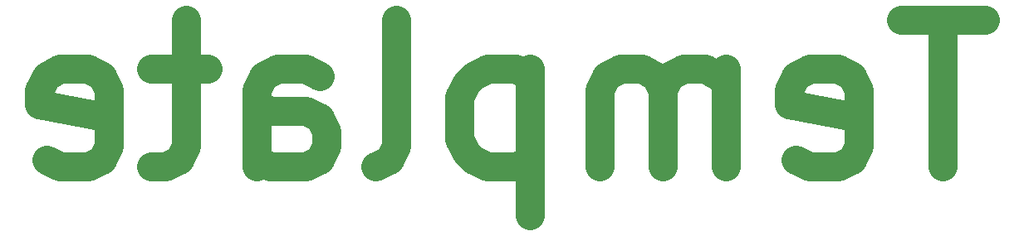
<source format=gbr>
%TF.GenerationSoftware,KiCad,Pcbnew,8.99.0-77eaa75db1*%
%TF.CreationDate,2024-04-05T00:54:04+02:00*%
%TF.ProjectId,template,74656d70-6c61-4746-952e-6b696361645f,0.1.0*%
%TF.SameCoordinates,Original*%
%TF.FileFunction,Legend,Bot*%
%TF.FilePolarity,Positive*%
%FSLAX46Y46*%
G04 Gerber Fmt 4.6, Leading zero omitted, Abs format (unit mm)*
G04 Created by KiCad (PCBNEW 8.99.0-77eaa75db1) date 2024-04-05 00:54:04*
%MOMM*%
%LPD*%
G01*
G04 APERTURE LIST*
%ADD10C,3.000000*%
G04 APERTURE END LIST*
D10*
X208928571Y-76008285D02*
X200357143Y-76008285D01*
X204642857Y-91008285D02*
X204642857Y-76008285D01*
X189642857Y-90294000D02*
X191071429Y-91008285D01*
X191071429Y-91008285D02*
X193928572Y-91008285D01*
X193928572Y-91008285D02*
X195357143Y-90294000D01*
X195357143Y-90294000D02*
X196071429Y-88865428D01*
X196071429Y-88865428D02*
X196071429Y-83151142D01*
X196071429Y-83151142D02*
X195357143Y-81722571D01*
X195357143Y-81722571D02*
X193928572Y-81008285D01*
X193928572Y-81008285D02*
X191071429Y-81008285D01*
X191071429Y-81008285D02*
X189642857Y-81722571D01*
X189642857Y-81722571D02*
X188928572Y-83151142D01*
X188928572Y-83151142D02*
X188928572Y-84579714D01*
X188928572Y-84579714D02*
X196071429Y-86008285D01*
X182500000Y-91008285D02*
X182500000Y-81008285D01*
X182500000Y-82436857D02*
X181785714Y-81722571D01*
X181785714Y-81722571D02*
X180357143Y-81008285D01*
X180357143Y-81008285D02*
X178214286Y-81008285D01*
X178214286Y-81008285D02*
X176785714Y-81722571D01*
X176785714Y-81722571D02*
X176071429Y-83151142D01*
X176071429Y-83151142D02*
X176071429Y-91008285D01*
X176071429Y-83151142D02*
X175357143Y-81722571D01*
X175357143Y-81722571D02*
X173928571Y-81008285D01*
X173928571Y-81008285D02*
X171785714Y-81008285D01*
X171785714Y-81008285D02*
X170357143Y-81722571D01*
X170357143Y-81722571D02*
X169642857Y-83151142D01*
X169642857Y-83151142D02*
X169642857Y-91008285D01*
X162500000Y-81008285D02*
X162500000Y-96008285D01*
X162500000Y-81722571D02*
X161071429Y-81008285D01*
X161071429Y-81008285D02*
X158214286Y-81008285D01*
X158214286Y-81008285D02*
X156785714Y-81722571D01*
X156785714Y-81722571D02*
X156071429Y-82436857D01*
X156071429Y-82436857D02*
X155357143Y-83865428D01*
X155357143Y-83865428D02*
X155357143Y-88151142D01*
X155357143Y-88151142D02*
X156071429Y-89579714D01*
X156071429Y-89579714D02*
X156785714Y-90294000D01*
X156785714Y-90294000D02*
X158214286Y-91008285D01*
X158214286Y-91008285D02*
X161071429Y-91008285D01*
X161071429Y-91008285D02*
X162500000Y-90294000D01*
X146785714Y-91008285D02*
X148214285Y-90294000D01*
X148214285Y-90294000D02*
X148928571Y-88865428D01*
X148928571Y-88865428D02*
X148928571Y-76008285D01*
X134642857Y-91008285D02*
X134642857Y-83151142D01*
X134642857Y-83151142D02*
X135357142Y-81722571D01*
X135357142Y-81722571D02*
X136785714Y-81008285D01*
X136785714Y-81008285D02*
X139642857Y-81008285D01*
X139642857Y-81008285D02*
X141071428Y-81722571D01*
X134642857Y-90294000D02*
X136071428Y-91008285D01*
X136071428Y-91008285D02*
X139642857Y-91008285D01*
X139642857Y-91008285D02*
X141071428Y-90294000D01*
X141071428Y-90294000D02*
X141785714Y-88865428D01*
X141785714Y-88865428D02*
X141785714Y-87436857D01*
X141785714Y-87436857D02*
X141071428Y-86008285D01*
X141071428Y-86008285D02*
X139642857Y-85294000D01*
X139642857Y-85294000D02*
X136071428Y-85294000D01*
X136071428Y-85294000D02*
X134642857Y-84579714D01*
X129642856Y-81008285D02*
X123928570Y-81008285D01*
X127499999Y-76008285D02*
X127499999Y-88865428D01*
X127499999Y-88865428D02*
X126785713Y-90294000D01*
X126785713Y-90294000D02*
X125357142Y-91008285D01*
X125357142Y-91008285D02*
X123928570Y-91008285D01*
X113214284Y-90294000D02*
X114642856Y-91008285D01*
X114642856Y-91008285D02*
X117499999Y-91008285D01*
X117499999Y-91008285D02*
X118928570Y-90294000D01*
X118928570Y-90294000D02*
X119642856Y-88865428D01*
X119642856Y-88865428D02*
X119642856Y-83151142D01*
X119642856Y-83151142D02*
X118928570Y-81722571D01*
X118928570Y-81722571D02*
X117499999Y-81008285D01*
X117499999Y-81008285D02*
X114642856Y-81008285D01*
X114642856Y-81008285D02*
X113214284Y-81722571D01*
X113214284Y-81722571D02*
X112499999Y-83151142D01*
X112499999Y-83151142D02*
X112499999Y-84579714D01*
X112499999Y-84579714D02*
X119642856Y-86008285D01*
%LPC*%
%LPD*%
M02*

</source>
